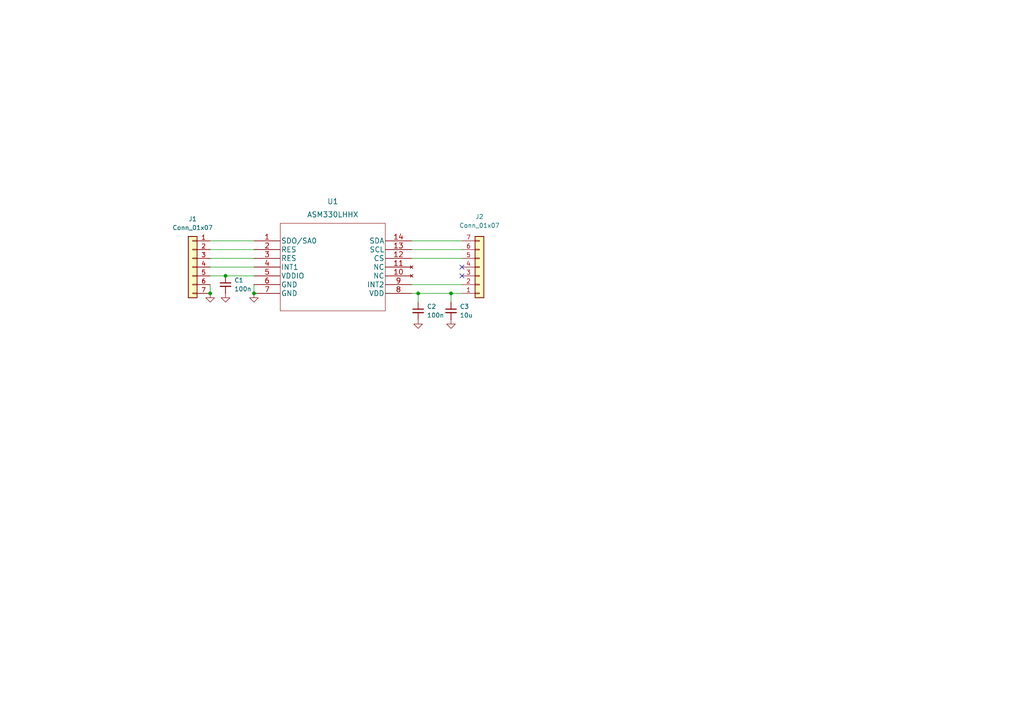
<source format=kicad_sch>
(kicad_sch (version 20211123) (generator eeschema)

  (uuid bab4077c-d3cb-4645-a8e2-2d5091a93e79)

  (paper "A4")

  (lib_symbols
    (symbol "ASM330LHHX:ASM330LHHX" (pin_names (offset 0.254)) (in_bom yes) (on_board yes)
      (property "Reference" "U" (id 0) (at 22.86 10.16 0)
        (effects (font (size 1.524 1.524)))
      )
      (property "Value" "ASM330LHHX" (id 1) (at 22.86 7.62 0)
        (effects (font (size 1.524 1.524)))
      )
      (property "Footprint" "LGA14_ASM330_STM" (id 2) (at 22.86 6.096 0)
        (effects (font (size 1.524 1.524)) hide)
      )
      (property "Datasheet" "" (id 3) (at 0 0 0)
        (effects (font (size 1.524 1.524)))
      )
      (property "ki_locked" "" (id 4) (at 0 0 0)
        (effects (font (size 1.27 1.27)))
      )
      (property "ki_fp_filters" "LGA14_ASM330_STM LGA14_ASM330_STM-M LGA14_ASM330_STM-L" (id 5) (at 0 0 0)
        (effects (font (size 1.27 1.27)) hide)
      )
      (symbol "ASM330LHHX_1_1"
        (polyline
          (pts
            (xy 7.62 -20.32)
            (xy 38.1 -20.32)
          )
          (stroke (width 0.127) (type default) (color 0 0 0 0))
          (fill (type none))
        )
        (polyline
          (pts
            (xy 7.62 5.08)
            (xy 7.62 -20.32)
          )
          (stroke (width 0.127) (type default) (color 0 0 0 0))
          (fill (type none))
        )
        (polyline
          (pts
            (xy 38.1 -20.32)
            (xy 38.1 5.08)
          )
          (stroke (width 0.127) (type default) (color 0 0 0 0))
          (fill (type none))
        )
        (polyline
          (pts
            (xy 38.1 5.08)
            (xy 7.62 5.08)
          )
          (stroke (width 0.127) (type default) (color 0 0 0 0))
          (fill (type none))
        )
        (pin output line (at 0 0 0) (length 7.62)
          (name "SDO/SA0" (effects (font (size 1.4986 1.4986))))
          (number "1" (effects (font (size 1.4986 1.4986))))
        )
        (pin no_connect line (at 45.72 -10.16 180) (length 7.62)
          (name "NC" (effects (font (size 1.4986 1.4986))))
          (number "10" (effects (font (size 1.4986 1.4986))))
        )
        (pin no_connect line (at 45.72 -7.62 180) (length 7.62)
          (name "NC" (effects (font (size 1.4986 1.4986))))
          (number "11" (effects (font (size 1.4986 1.4986))))
        )
        (pin unspecified line (at 45.72 -5.08 180) (length 7.62)
          (name "CS" (effects (font (size 1.4986 1.4986))))
          (number "12" (effects (font (size 1.4986 1.4986))))
        )
        (pin input line (at 45.72 -2.54 180) (length 7.62)
          (name "SCL" (effects (font (size 1.4986 1.4986))))
          (number "13" (effects (font (size 1.4986 1.4986))))
        )
        (pin bidirectional line (at 45.72 0 180) (length 7.62)
          (name "SDA" (effects (font (size 1.4986 1.4986))))
          (number "14" (effects (font (size 1.4986 1.4986))))
        )
        (pin unspecified line (at 0 -2.54 0) (length 7.62)
          (name "RES" (effects (font (size 1.4986 1.4986))))
          (number "2" (effects (font (size 1.4986 1.4986))))
        )
        (pin unspecified line (at 0 -5.08 0) (length 7.62)
          (name "RES" (effects (font (size 1.4986 1.4986))))
          (number "3" (effects (font (size 1.4986 1.4986))))
        )
        (pin input line (at 0 -7.62 0) (length 7.62)
          (name "INT1" (effects (font (size 1.4986 1.4986))))
          (number "4" (effects (font (size 1.4986 1.4986))))
        )
        (pin power_in line (at 0 -10.16 0) (length 7.62)
          (name "VDDIO" (effects (font (size 1.4986 1.4986))))
          (number "5" (effects (font (size 1.4986 1.4986))))
        )
        (pin power_in line (at 0 -12.7 0) (length 7.62)
          (name "GND" (effects (font (size 1.4986 1.4986))))
          (number "6" (effects (font (size 1.4986 1.4986))))
        )
        (pin power_in line (at 0 -15.24 0) (length 7.62)
          (name "GND" (effects (font (size 1.4986 1.4986))))
          (number "7" (effects (font (size 1.4986 1.4986))))
        )
        (pin power_in line (at 45.72 -15.24 180) (length 7.62)
          (name "VDD" (effects (font (size 1.4986 1.4986))))
          (number "8" (effects (font (size 1.4986 1.4986))))
        )
        (pin input line (at 45.72 -12.7 180) (length 7.62)
          (name "INT2" (effects (font (size 1.4986 1.4986))))
          (number "9" (effects (font (size 1.4986 1.4986))))
        )
      )
    )
    (symbol "Connector_Generic:Conn_01x07" (pin_names (offset 1.016) hide) (in_bom yes) (on_board yes)
      (property "Reference" "J" (id 0) (at 0 10.16 0)
        (effects (font (size 1.27 1.27)))
      )
      (property "Value" "Conn_01x07" (id 1) (at 0 -10.16 0)
        (effects (font (size 1.27 1.27)))
      )
      (property "Footprint" "" (id 2) (at 0 0 0)
        (effects (font (size 1.27 1.27)) hide)
      )
      (property "Datasheet" "~" (id 3) (at 0 0 0)
        (effects (font (size 1.27 1.27)) hide)
      )
      (property "ki_keywords" "connector" (id 4) (at 0 0 0)
        (effects (font (size 1.27 1.27)) hide)
      )
      (property "ki_description" "Generic connector, single row, 01x07, script generated (kicad-library-utils/schlib/autogen/connector/)" (id 5) (at 0 0 0)
        (effects (font (size 1.27 1.27)) hide)
      )
      (property "ki_fp_filters" "Connector*:*_1x??_*" (id 6) (at 0 0 0)
        (effects (font (size 1.27 1.27)) hide)
      )
      (symbol "Conn_01x07_1_1"
        (rectangle (start -1.27 -7.493) (end 0 -7.747)
          (stroke (width 0.1524) (type default) (color 0 0 0 0))
          (fill (type none))
        )
        (rectangle (start -1.27 -4.953) (end 0 -5.207)
          (stroke (width 0.1524) (type default) (color 0 0 0 0))
          (fill (type none))
        )
        (rectangle (start -1.27 -2.413) (end 0 -2.667)
          (stroke (width 0.1524) (type default) (color 0 0 0 0))
          (fill (type none))
        )
        (rectangle (start -1.27 0.127) (end 0 -0.127)
          (stroke (width 0.1524) (type default) (color 0 0 0 0))
          (fill (type none))
        )
        (rectangle (start -1.27 2.667) (end 0 2.413)
          (stroke (width 0.1524) (type default) (color 0 0 0 0))
          (fill (type none))
        )
        (rectangle (start -1.27 5.207) (end 0 4.953)
          (stroke (width 0.1524) (type default) (color 0 0 0 0))
          (fill (type none))
        )
        (rectangle (start -1.27 7.747) (end 0 7.493)
          (stroke (width 0.1524) (type default) (color 0 0 0 0))
          (fill (type none))
        )
        (rectangle (start -1.27 8.89) (end 1.27 -8.89)
          (stroke (width 0.254) (type default) (color 0 0 0 0))
          (fill (type background))
        )
        (pin passive line (at -5.08 7.62 0) (length 3.81)
          (name "Pin_1" (effects (font (size 1.27 1.27))))
          (number "1" (effects (font (size 1.27 1.27))))
        )
        (pin passive line (at -5.08 5.08 0) (length 3.81)
          (name "Pin_2" (effects (font (size 1.27 1.27))))
          (number "2" (effects (font (size 1.27 1.27))))
        )
        (pin passive line (at -5.08 2.54 0) (length 3.81)
          (name "Pin_3" (effects (font (size 1.27 1.27))))
          (number "3" (effects (font (size 1.27 1.27))))
        )
        (pin passive line (at -5.08 0 0) (length 3.81)
          (name "Pin_4" (effects (font (size 1.27 1.27))))
          (number "4" (effects (font (size 1.27 1.27))))
        )
        (pin passive line (at -5.08 -2.54 0) (length 3.81)
          (name "Pin_5" (effects (font (size 1.27 1.27))))
          (number "5" (effects (font (size 1.27 1.27))))
        )
        (pin passive line (at -5.08 -5.08 0) (length 3.81)
          (name "Pin_6" (effects (font (size 1.27 1.27))))
          (number "6" (effects (font (size 1.27 1.27))))
        )
        (pin passive line (at -5.08 -7.62 0) (length 3.81)
          (name "Pin_7" (effects (font (size 1.27 1.27))))
          (number "7" (effects (font (size 1.27 1.27))))
        )
      )
    )
    (symbol "Device:C_Small" (pin_numbers hide) (pin_names (offset 0.254) hide) (in_bom yes) (on_board yes)
      (property "Reference" "C" (id 0) (at 0.254 1.778 0)
        (effects (font (size 1.27 1.27)) (justify left))
      )
      (property "Value" "C_Small" (id 1) (at 0.254 -2.032 0)
        (effects (font (size 1.27 1.27)) (justify left))
      )
      (property "Footprint" "" (id 2) (at 0 0 0)
        (effects (font (size 1.27 1.27)) hide)
      )
      (property "Datasheet" "~" (id 3) (at 0 0 0)
        (effects (font (size 1.27 1.27)) hide)
      )
      (property "ki_keywords" "capacitor cap" (id 4) (at 0 0 0)
        (effects (font (size 1.27 1.27)) hide)
      )
      (property "ki_description" "Unpolarized capacitor, small symbol" (id 5) (at 0 0 0)
        (effects (font (size 1.27 1.27)) hide)
      )
      (property "ki_fp_filters" "C_*" (id 6) (at 0 0 0)
        (effects (font (size 1.27 1.27)) hide)
      )
      (symbol "C_Small_0_1"
        (polyline
          (pts
            (xy -1.524 -0.508)
            (xy 1.524 -0.508)
          )
          (stroke (width 0.3302) (type default) (color 0 0 0 0))
          (fill (type none))
        )
        (polyline
          (pts
            (xy -1.524 0.508)
            (xy 1.524 0.508)
          )
          (stroke (width 0.3048) (type default) (color 0 0 0 0))
          (fill (type none))
        )
      )
      (symbol "C_Small_1_1"
        (pin passive line (at 0 2.54 270) (length 2.032)
          (name "~" (effects (font (size 1.27 1.27))))
          (number "1" (effects (font (size 1.27 1.27))))
        )
        (pin passive line (at 0 -2.54 90) (length 2.032)
          (name "~" (effects (font (size 1.27 1.27))))
          (number "2" (effects (font (size 1.27 1.27))))
        )
      )
    )
    (symbol "power:GND" (power) (pin_names (offset 0)) (in_bom yes) (on_board yes)
      (property "Reference" "#PWR" (id 0) (at 0 -6.35 0)
        (effects (font (size 1.27 1.27)) hide)
      )
      (property "Value" "GND" (id 1) (at 0 -3.81 0)
        (effects (font (size 1.27 1.27)))
      )
      (property "Footprint" "" (id 2) (at 0 0 0)
        (effects (font (size 1.27 1.27)) hide)
      )
      (property "Datasheet" "" (id 3) (at 0 0 0)
        (effects (font (size 1.27 1.27)) hide)
      )
      (property "ki_keywords" "power-flag" (id 4) (at 0 0 0)
        (effects (font (size 1.27 1.27)) hide)
      )
      (property "ki_description" "Power symbol creates a global label with name \"GND\" , ground" (id 5) (at 0 0 0)
        (effects (font (size 1.27 1.27)) hide)
      )
      (symbol "GND_0_1"
        (polyline
          (pts
            (xy 0 0)
            (xy 0 -1.27)
            (xy 1.27 -1.27)
            (xy 0 -2.54)
            (xy -1.27 -1.27)
            (xy 0 -1.27)
          )
          (stroke (width 0) (type default) (color 0 0 0 0))
          (fill (type none))
        )
      )
      (symbol "GND_1_1"
        (pin power_in line (at 0 0 270) (length 0) hide
          (name "GND" (effects (font (size 1.27 1.27))))
          (number "1" (effects (font (size 1.27 1.27))))
        )
      )
    )
  )


  (junction (at 65.405 80.01) (diameter 0) (color 0 0 0 0)
    (uuid 324b1e84-7383-4b51-bb56-e9cde24014e9)
  )
  (junction (at 130.81 85.09) (diameter 0) (color 0 0 0 0)
    (uuid 39a6fcca-f7a0-4519-9d50-1cf2b47171f0)
  )
  (junction (at 60.96 85.09) (diameter 0) (color 0 0 0 0)
    (uuid 3d3a33ef-6d9f-4166-a79d-51f7e1d6c24e)
  )
  (junction (at 73.66 85.09) (diameter 0) (color 0 0 0 0)
    (uuid 696e76e2-b4f7-4921-bfc0-6e396b296637)
  )
  (junction (at 121.285 85.09) (diameter 0) (color 0 0 0 0)
    (uuid d51107d2-8911-41c5-9602-984b14d44898)
  )

  (no_connect (at 133.985 77.47) (uuid a84e53f7-b86b-4057-a9da-003561f6b322))
  (no_connect (at 133.985 80.01) (uuid a84e53f7-b86b-4057-a9da-003561f6b322))

  (wire (pts (xy 65.405 80.01) (xy 73.66 80.01))
    (stroke (width 0) (type default) (color 0 0 0 0))
    (uuid 12399459-bc78-465e-aa23-450cc89b908b)
  )
  (wire (pts (xy 119.38 82.55) (xy 133.985 82.55))
    (stroke (width 0) (type default) (color 0 0 0 0))
    (uuid 170917b0-23da-4788-b7fa-2c862a7c1fdd)
  )
  (wire (pts (xy 119.38 69.85) (xy 133.985 69.85))
    (stroke (width 0) (type default) (color 0 0 0 0))
    (uuid 2ac8f1fd-8c20-4671-8f6b-2d69b307f295)
  )
  (wire (pts (xy 130.81 85.09) (xy 133.985 85.09))
    (stroke (width 0) (type default) (color 0 0 0 0))
    (uuid 3954ec94-84df-422f-a32b-eb1ae37568d1)
  )
  (wire (pts (xy 60.96 72.39) (xy 73.66 72.39))
    (stroke (width 0) (type default) (color 0 0 0 0))
    (uuid 45ec7a4e-e113-47cf-989b-25b7e08d32ab)
  )
  (wire (pts (xy 119.38 85.09) (xy 121.285 85.09))
    (stroke (width 0) (type default) (color 0 0 0 0))
    (uuid 58470267-5614-462d-9b34-2eca32e91447)
  )
  (wire (pts (xy 121.285 85.09) (xy 121.285 87.63))
    (stroke (width 0) (type default) (color 0 0 0 0))
    (uuid 77083ef3-8194-40cc-8ce5-29f1dc98c701)
  )
  (wire (pts (xy 60.96 74.93) (xy 73.66 74.93))
    (stroke (width 0) (type default) (color 0 0 0 0))
    (uuid 85d89033-9a1c-48db-b444-cf58796e5f46)
  )
  (wire (pts (xy 60.96 82.55) (xy 60.96 85.09))
    (stroke (width 0) (type default) (color 0 0 0 0))
    (uuid 95c6d396-7ed3-47dd-9ea7-2004cf52acdf)
  )
  (wire (pts (xy 121.285 85.09) (xy 130.81 85.09))
    (stroke (width 0) (type default) (color 0 0 0 0))
    (uuid a8032551-1c38-4ccb-8683-1febee1dc69a)
  )
  (wire (pts (xy 130.81 85.09) (xy 130.81 87.63))
    (stroke (width 0) (type default) (color 0 0 0 0))
    (uuid abd33440-242d-45b4-b131-6d799d5e82bf)
  )
  (wire (pts (xy 60.96 80.01) (xy 65.405 80.01))
    (stroke (width 0) (type default) (color 0 0 0 0))
    (uuid b38ae1d5-c375-483c-a2a4-d5b2dc375229)
  )
  (wire (pts (xy 119.38 74.93) (xy 133.985 74.93))
    (stroke (width 0) (type default) (color 0 0 0 0))
    (uuid b71f112b-702f-408b-8bbf-94fa58ab8cce)
  )
  (wire (pts (xy 60.96 77.47) (xy 73.66 77.47))
    (stroke (width 0) (type default) (color 0 0 0 0))
    (uuid b797563d-a458-4031-af6e-7145b4f93082)
  )
  (wire (pts (xy 73.66 82.55) (xy 73.66 85.09))
    (stroke (width 0) (type default) (color 0 0 0 0))
    (uuid bc103f91-ef00-4503-ad97-3983749c4bb7)
  )
  (wire (pts (xy 119.38 72.39) (xy 133.985 72.39))
    (stroke (width 0) (type default) (color 0 0 0 0))
    (uuid cfb8c4d7-f4d7-4d9b-86a0-bc0afa386e35)
  )
  (wire (pts (xy 60.96 69.85) (xy 73.66 69.85))
    (stroke (width 0) (type default) (color 0 0 0 0))
    (uuid e90410ef-77e3-47a1-a2e9-ac841a723541)
  )

  (symbol (lib_id "Connector_Generic:Conn_01x07") (at 55.88 77.47 0) (mirror y) (unit 1)
    (in_bom yes) (on_board yes) (fields_autoplaced)
    (uuid 102899a9-6eea-461c-9e37-17dfbba61291)
    (property "Reference" "J1" (id 0) (at 55.88 63.5 0))
    (property "Value" "Conn_01x07" (id 1) (at 55.88 66.04 0))
    (property "Footprint" "Connector_PinHeader_2.54mm:PinHeader_1x07_P2.54mm_Vertical" (id 2) (at 55.88 77.47 0)
      (effects (font (size 1.27 1.27)) hide)
    )
    (property "Datasheet" "~" (id 3) (at 55.88 77.47 0)
      (effects (font (size 1.27 1.27)) hide)
    )
    (pin "1" (uuid 700a5aa1-c1de-47f1-a919-1d0654abbc68))
    (pin "2" (uuid d02d99cb-72fc-4b1b-a25c-be28c0e7a440))
    (pin "3" (uuid 78b7b8d1-e914-4d4b-9d54-f09b12915aaa))
    (pin "4" (uuid 06a5fde5-7fb1-4477-949a-4cfc54d72d4b))
    (pin "5" (uuid 3f36bd8a-9f6d-4c0f-a39e-ded3efdf10a7))
    (pin "6" (uuid c7e73767-2167-49ef-9f25-0a6ba9b2a7a4))
    (pin "7" (uuid da706113-aa40-4dbc-b9cf-dbbf24654771))
  )

  (symbol (lib_id "power:GND") (at 130.81 92.71 0) (unit 1)
    (in_bom yes) (on_board yes) (fields_autoplaced)
    (uuid 3f54efad-71b8-458e-8661-e8bf8cfd5557)
    (property "Reference" "#PWR05" (id 0) (at 130.81 99.06 0)
      (effects (font (size 1.27 1.27)) hide)
    )
    (property "Value" "GND" (id 1) (at 130.81 97.155 0)
      (effects (font (size 1.27 1.27)) hide)
    )
    (property "Footprint" "" (id 2) (at 130.81 92.71 0)
      (effects (font (size 1.27 1.27)) hide)
    )
    (property "Datasheet" "" (id 3) (at 130.81 92.71 0)
      (effects (font (size 1.27 1.27)) hide)
    )
    (pin "1" (uuid 10f852f1-3283-4d1e-a5e1-5b95c65de321))
  )

  (symbol (lib_id "Connector_Generic:Conn_01x07") (at 139.065 77.47 0) (mirror x) (unit 1)
    (in_bom yes) (on_board yes) (fields_autoplaced)
    (uuid 676eaab3-7c45-4076-8cff-3348dd4bb294)
    (property "Reference" "J2" (id 0) (at 139.065 62.865 0))
    (property "Value" "Conn_01x07" (id 1) (at 139.065 65.405 0))
    (property "Footprint" "Connector_PinHeader_2.54mm:PinHeader_1x07_P2.54mm_Vertical" (id 2) (at 139.065 77.47 0)
      (effects (font (size 1.27 1.27)) hide)
    )
    (property "Datasheet" "~" (id 3) (at 139.065 77.47 0)
      (effects (font (size 1.27 1.27)) hide)
    )
    (pin "1" (uuid c581e058-7eaf-4d44-a64c-a0b83181bc64))
    (pin "2" (uuid 21e37652-d667-4d11-b52c-06763c2b15d2))
    (pin "3" (uuid 210b403b-6ccc-4276-a859-0d92589ac81e))
    (pin "4" (uuid fc7991f3-f661-490e-8f45-82b720a1c5be))
    (pin "5" (uuid 702e5cf2-be16-46ce-9462-bf3e8fcf3ab1))
    (pin "6" (uuid 16aaef4b-4572-4329-be32-95e925b22769))
    (pin "7" (uuid 4b886eb9-db54-403c-be0a-29167f85b9e8))
  )

  (symbol (lib_id "ASM330LHHX:ASM330LHHX") (at 73.66 69.85 0) (unit 1)
    (in_bom yes) (on_board yes) (fields_autoplaced)
    (uuid 71408662-0170-4360-8b3c-382f818915ae)
    (property "Reference" "U1" (id 0) (at 96.52 58.42 0)
      (effects (font (size 1.524 1.524)))
    )
    (property "Value" "ASM330LHHX" (id 1) (at 96.52 62.23 0)
      (effects (font (size 1.524 1.524)))
    )
    (property "Footprint" "test_library:ASM330LHHX" (id 2) (at 96.52 63.754 0)
      (effects (font (size 1.524 1.524)) hide)
    )
    (property "Datasheet" "" (id 3) (at 73.66 69.85 0)
      (effects (font (size 1.524 1.524)))
    )
    (pin "1" (uuid f026aed9-dd92-41ac-9c93-c151e9aef0ad))
    (pin "10" (uuid c4508324-c038-45c3-9ddb-79f8f462ac6f))
    (pin "11" (uuid 95429f55-3775-4360-9546-c86c53e0b2f9))
    (pin "12" (uuid 2f49ee5e-0d1a-4768-98e8-fed14c28cea9))
    (pin "13" (uuid 9265282b-2949-43f3-9585-2fc91bba025e))
    (pin "14" (uuid f8ff1d0b-e77a-4cb4-82c6-099c6af6f602))
    (pin "2" (uuid dec2764d-876a-4e72-8e54-2d494e23fdbb))
    (pin "3" (uuid 4a802980-0950-4bfe-8079-567d90055321))
    (pin "4" (uuid 99be81a5-9e56-4148-9ea1-83fe3771b6d3))
    (pin "5" (uuid c44e0572-8ba7-418c-a479-b52cc3262b4f))
    (pin "6" (uuid 10c5ef79-c549-477e-8dc4-88ef08d12e2d))
    (pin "7" (uuid cbbe2706-9589-4c12-ac81-f8c9f65ae4f5))
    (pin "8" (uuid a862cab4-8e5c-4897-906f-8f5d6f2ffea7))
    (pin "9" (uuid a2be5b3d-c8ba-4f80-8f19-0f2d178b38be))
  )

  (symbol (lib_id "Device:C_Small") (at 121.285 90.17 0) (unit 1)
    (in_bom yes) (on_board yes) (fields_autoplaced)
    (uuid 7644f1f9-387d-457a-a09a-0a49de938755)
    (property "Reference" "C2" (id 0) (at 123.825 88.9062 0)
      (effects (font (size 1.27 1.27)) (justify left))
    )
    (property "Value" "100n" (id 1) (at 123.825 91.4462 0)
      (effects (font (size 1.27 1.27)) (justify left))
    )
    (property "Footprint" "Capacitor_SMD:C_0805_2012Metric_Pad1.18x1.45mm_HandSolder" (id 2) (at 121.285 90.17 0)
      (effects (font (size 1.27 1.27)) hide)
    )
    (property "Datasheet" "~" (id 3) (at 121.285 90.17 0)
      (effects (font (size 1.27 1.27)) hide)
    )
    (pin "1" (uuid 92603e35-b3d1-48b0-a177-f0f74e3795cb))
    (pin "2" (uuid a360f639-19b6-43d8-bc36-9289bdf07e2f))
  )

  (symbol (lib_id "Device:C_Small") (at 65.405 82.55 0) (unit 1)
    (in_bom yes) (on_board yes) (fields_autoplaced)
    (uuid 7aea056b-c23e-4270-9525-b6266cee1a05)
    (property "Reference" "C1" (id 0) (at 67.945 81.2862 0)
      (effects (font (size 1.27 1.27)) (justify left))
    )
    (property "Value" "100n" (id 1) (at 67.945 83.8262 0)
      (effects (font (size 1.27 1.27)) (justify left))
    )
    (property "Footprint" "Capacitor_SMD:C_0805_2012Metric_Pad1.18x1.45mm_HandSolder" (id 2) (at 65.405 82.55 0)
      (effects (font (size 1.27 1.27)) hide)
    )
    (property "Datasheet" "~" (id 3) (at 65.405 82.55 0)
      (effects (font (size 1.27 1.27)) hide)
    )
    (pin "1" (uuid 6d0faa7c-66a4-49b0-bef0-df5b3eb244b9))
    (pin "2" (uuid ed7a4ff1-cd49-431a-a8be-380c7d5083e1))
  )

  (symbol (lib_id "power:GND") (at 121.285 92.71 0) (unit 1)
    (in_bom yes) (on_board yes) (fields_autoplaced)
    (uuid bab592e3-667e-439f-8c38-7043d8f06c4b)
    (property "Reference" "#PWR04" (id 0) (at 121.285 99.06 0)
      (effects (font (size 1.27 1.27)) hide)
    )
    (property "Value" "GND" (id 1) (at 121.285 97.155 0)
      (effects (font (size 1.27 1.27)) hide)
    )
    (property "Footprint" "" (id 2) (at 121.285 92.71 0)
      (effects (font (size 1.27 1.27)) hide)
    )
    (property "Datasheet" "" (id 3) (at 121.285 92.71 0)
      (effects (font (size 1.27 1.27)) hide)
    )
    (pin "1" (uuid 4abf4d06-dd1f-4b01-9521-ec24f01414ab))
  )

  (symbol (lib_id "power:GND") (at 65.405 85.09 0) (unit 1)
    (in_bom yes) (on_board yes) (fields_autoplaced)
    (uuid cd688425-d149-48ef-a3b2-b9b145e5a52d)
    (property "Reference" "#PWR02" (id 0) (at 65.405 91.44 0)
      (effects (font (size 1.27 1.27)) hide)
    )
    (property "Value" "GND" (id 1) (at 65.405 89.535 0)
      (effects (font (size 1.27 1.27)) hide)
    )
    (property "Footprint" "" (id 2) (at 65.405 85.09 0)
      (effects (font (size 1.27 1.27)) hide)
    )
    (property "Datasheet" "" (id 3) (at 65.405 85.09 0)
      (effects (font (size 1.27 1.27)) hide)
    )
    (pin "1" (uuid 4b3e96b4-f966-4b74-a615-be7d5349b969))
  )

  (symbol (lib_id "power:GND") (at 73.66 85.09 0) (unit 1)
    (in_bom yes) (on_board yes) (fields_autoplaced)
    (uuid dbed2134-fe00-4c0e-add0-f8b02a142fb9)
    (property "Reference" "#PWR03" (id 0) (at 73.66 91.44 0)
      (effects (font (size 1.27 1.27)) hide)
    )
    (property "Value" "GND" (id 1) (at 73.66 89.535 0)
      (effects (font (size 1.27 1.27)) hide)
    )
    (property "Footprint" "" (id 2) (at 73.66 85.09 0)
      (effects (font (size 1.27 1.27)) hide)
    )
    (property "Datasheet" "" (id 3) (at 73.66 85.09 0)
      (effects (font (size 1.27 1.27)) hide)
    )
    (pin "1" (uuid c7bb7255-fc93-4414-a375-09dd306e0afb))
  )

  (symbol (lib_id "power:GND") (at 60.96 85.09 0) (unit 1)
    (in_bom yes) (on_board yes) (fields_autoplaced)
    (uuid f78637fb-26d5-4b19-a0d7-2e4c1889d2f7)
    (property "Reference" "#PWR01" (id 0) (at 60.96 91.44 0)
      (effects (font (size 1.27 1.27)) hide)
    )
    (property "Value" "GND" (id 1) (at 60.96 89.535 0)
      (effects (font (size 1.27 1.27)) hide)
    )
    (property "Footprint" "" (id 2) (at 60.96 85.09 0)
      (effects (font (size 1.27 1.27)) hide)
    )
    (property "Datasheet" "" (id 3) (at 60.96 85.09 0)
      (effects (font (size 1.27 1.27)) hide)
    )
    (pin "1" (uuid e2278c21-8698-4f91-8aaa-7e22791e5087))
  )

  (symbol (lib_id "Device:C_Small") (at 130.81 90.17 0) (unit 1)
    (in_bom yes) (on_board yes) (fields_autoplaced)
    (uuid fe3a53e2-6274-489c-80df-f83d9b7fd461)
    (property "Reference" "C3" (id 0) (at 133.35 88.9062 0)
      (effects (font (size 1.27 1.27)) (justify left))
    )
    (property "Value" "10u" (id 1) (at 133.35 91.4462 0)
      (effects (font (size 1.27 1.27)) (justify left))
    )
    (property "Footprint" "Capacitor_SMD:C_0805_2012Metric_Pad1.18x1.45mm_HandSolder" (id 2) (at 130.81 90.17 0)
      (effects (font (size 1.27 1.27)) hide)
    )
    (property "Datasheet" "~" (id 3) (at 130.81 90.17 0)
      (effects (font (size 1.27 1.27)) hide)
    )
    (pin "1" (uuid 79439a96-90d6-45da-9f08-8a82df4ef036))
    (pin "2" (uuid ef5f5752-78ff-45e7-907b-2bf952b2313b))
  )

  (sheet_instances
    (path "/" (page "1"))
  )

  (symbol_instances
    (path "/f78637fb-26d5-4b19-a0d7-2e4c1889d2f7"
      (reference "#PWR01") (unit 1) (value "GND") (footprint "")
    )
    (path "/cd688425-d149-48ef-a3b2-b9b145e5a52d"
      (reference "#PWR02") (unit 1) (value "GND") (footprint "")
    )
    (path "/dbed2134-fe00-4c0e-add0-f8b02a142fb9"
      (reference "#PWR03") (unit 1) (value "GND") (footprint "")
    )
    (path "/bab592e3-667e-439f-8c38-7043d8f06c4b"
      (reference "#PWR04") (unit 1) (value "GND") (footprint "")
    )
    (path "/3f54efad-71b8-458e-8661-e8bf8cfd5557"
      (reference "#PWR05") (unit 1) (value "GND") (footprint "")
    )
    (path "/7aea056b-c23e-4270-9525-b6266cee1a05"
      (reference "C1") (unit 1) (value "100n") (footprint "Capacitor_SMD:C_0805_2012Metric_Pad1.18x1.45mm_HandSolder")
    )
    (path "/7644f1f9-387d-457a-a09a-0a49de938755"
      (reference "C2") (unit 1) (value "100n") (footprint "Capacitor_SMD:C_0805_2012Metric_Pad1.18x1.45mm_HandSolder")
    )
    (path "/fe3a53e2-6274-489c-80df-f83d9b7fd461"
      (reference "C3") (unit 1) (value "10u") (footprint "Capacitor_SMD:C_0805_2012Metric_Pad1.18x1.45mm_HandSolder")
    )
    (path "/102899a9-6eea-461c-9e37-17dfbba61291"
      (reference "J1") (unit 1) (value "Conn_01x07") (footprint "Connector_PinHeader_2.54mm:PinHeader_1x07_P2.54mm_Vertical")
    )
    (path "/676eaab3-7c45-4076-8cff-3348dd4bb294"
      (reference "J2") (unit 1) (value "Conn_01x07") (footprint "Connector_PinHeader_2.54mm:PinHeader_1x07_P2.54mm_Vertical")
    )
    (path "/71408662-0170-4360-8b3c-382f818915ae"
      (reference "U1") (unit 1) (value "ASM330LHHX") (footprint "test_library:ASM330LHHX")
    )
  )
)

</source>
